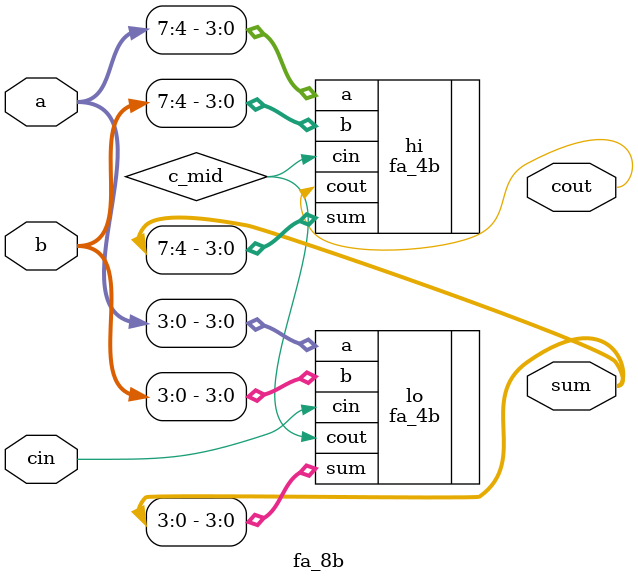
<source format=sv>

module fa_8b (
	input wire [7:0] a,
	input wire [7:0] b,
	input wire cin,
	output wire [7:0] sum,
	output wire cout
	);

	wire c_mid;
	fa_4b lo (.a(a[3:0]), .b(b[3:0]), .cin(cin), 	.sum(sum[3:0]), .cout(c_mid));
	fa_4b hi (.a(a[7:4]), .b(b[7:4]), .cin(c_mid), 	.sum(sum[7:4]), .cout(cout));

	endmodule

</source>
